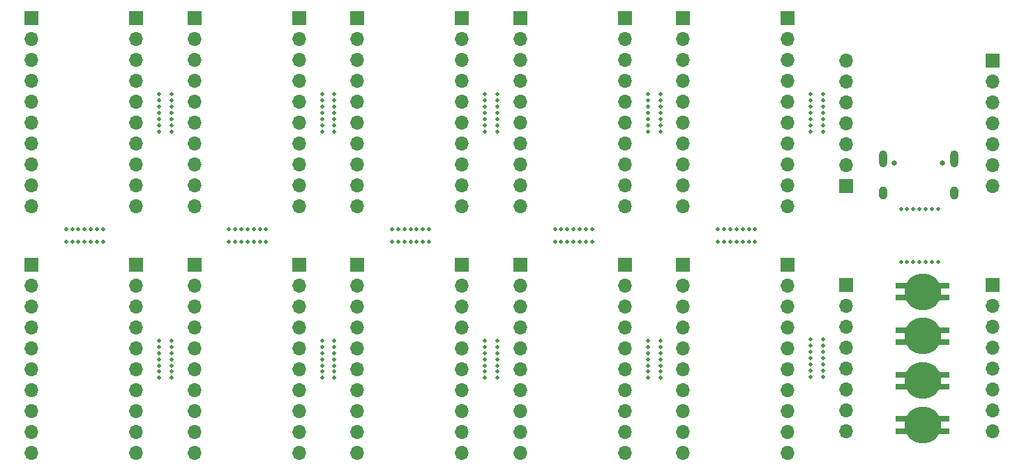
<source format=gbr>
%TF.GenerationSoftware,KiCad,Pcbnew,(6.0.2)*%
%TF.CreationDate,2022-03-21T16:25:24-04:00*%
%TF.ProjectId,Panel_Design_1,50616e65-6c5f-4446-9573-69676e5f312e,rev?*%
%TF.SameCoordinates,Original*%
%TF.FileFunction,Soldermask,Bot*%
%TF.FilePolarity,Negative*%
%FSLAX46Y46*%
G04 Gerber Fmt 4.6, Leading zero omitted, Abs format (unit mm)*
G04 Created by KiCad (PCBNEW (6.0.2)) date 2022-03-21 16:25:24*
%MOMM*%
%LPD*%
G01*
G04 APERTURE LIST*
%ADD10C,0.500000*%
%ADD11R,1.700000X1.700000*%
%ADD12O,1.700000X1.700000*%
%ADD13O,1.000000X2.100000*%
%ADD14O,1.000000X1.600000*%
%ADD15C,0.650000*%
%ADD16R,1.400000X0.800000*%
%ADD17C,4.500000*%
G04 APERTURE END LIST*
D10*
%TO.C,mouse-bite-2mm-slot*%
X134750000Y-49750000D03*
X136250000Y-49750000D03*
X139250000Y-49750000D03*
X138500000Y-49750000D03*
X135500000Y-49750000D03*
X137000000Y-49750000D03*
X137750000Y-49750000D03*
%TD*%
%TO.C,mouse-bite-2mm-slot*%
X139250000Y-43309998D03*
X137750000Y-43309998D03*
X134750000Y-43309998D03*
X135500000Y-43309998D03*
X138500000Y-43309998D03*
X137000000Y-43309998D03*
X136250000Y-43309998D03*
%TD*%
%TO.C,mouse-bite-2mm-slot*%
X123820000Y-59180000D03*
X123820000Y-59930000D03*
X123820000Y-62930000D03*
X125320000Y-59180000D03*
X123820000Y-60680000D03*
X125320000Y-61430000D03*
X123820000Y-61430000D03*
X125320000Y-59930000D03*
X123820000Y-62180000D03*
X125320000Y-60680000D03*
X125320000Y-62180000D03*
X125320000Y-62930000D03*
X125320000Y-63680000D03*
X123820000Y-63680000D03*
%TD*%
%TO.C,mouse-bite-2mm-slot*%
X123820000Y-29379998D03*
X125320000Y-29379998D03*
X123820000Y-30879998D03*
X123820000Y-33879998D03*
X125320000Y-33879998D03*
X125320000Y-31629998D03*
X125320000Y-30879998D03*
X123820000Y-33129998D03*
X123820000Y-30129998D03*
X125320000Y-30129998D03*
X123820000Y-31629998D03*
X125320000Y-33129998D03*
X123820000Y-32379998D03*
X125320000Y-32379998D03*
%TD*%
D11*
%TO.C,J50*%
X121029999Y-50069999D03*
D12*
X121029999Y-52609999D03*
X121029999Y-55149999D03*
X121029999Y-57689999D03*
X121029999Y-60229999D03*
X121029999Y-62769999D03*
X121029999Y-65309999D03*
X121029999Y-67849999D03*
X121029999Y-70389999D03*
X121029999Y-72929999D03*
%TD*%
D11*
%TO.C,J49*%
X108329999Y-50069999D03*
D12*
X108329999Y-52609999D03*
X108329999Y-55149999D03*
X108329999Y-57689999D03*
X108329999Y-60229999D03*
X108329999Y-62769999D03*
X108329999Y-65309999D03*
X108329999Y-67849999D03*
X108329999Y-70389999D03*
X108329999Y-72929999D03*
%TD*%
D10*
%TO.C,mouse-bite-2mm-slot17*%
X105539999Y-63819999D03*
X105539999Y-60819999D03*
X105539999Y-60069999D03*
X105539999Y-59319999D03*
X104039999Y-61569999D03*
X104039999Y-60069999D03*
X104039999Y-59319999D03*
X105539999Y-61569999D03*
X104039999Y-63819999D03*
X104039999Y-63069999D03*
X105539999Y-63069999D03*
X105539999Y-62319999D03*
X104039999Y-60819999D03*
X104039999Y-62319999D03*
%TD*%
%TO.C,mouse-bite-2mm-slot18*%
X112539999Y-47279999D03*
X112539999Y-45779999D03*
X114039999Y-47279999D03*
X117039999Y-47279999D03*
X117039999Y-45779999D03*
X114789999Y-45779999D03*
X114039999Y-45779999D03*
X116289999Y-47279999D03*
X113289999Y-47279999D03*
X113289999Y-45779999D03*
X114789999Y-47279999D03*
X116289999Y-45779999D03*
X115539999Y-47279999D03*
X115539999Y-45779999D03*
%TD*%
D11*
%TO.C,J48*%
X101249999Y-50069999D03*
D12*
X101249999Y-52609999D03*
X101249999Y-55149999D03*
X101249999Y-57689999D03*
X101249999Y-60229999D03*
X101249999Y-62769999D03*
X101249999Y-65309999D03*
X101249999Y-67849999D03*
X101249999Y-70389999D03*
X101249999Y-72929999D03*
%TD*%
D11*
%TO.C,J47*%
X88549999Y-50069999D03*
D12*
X88549999Y-52609999D03*
X88549999Y-55149999D03*
X88549999Y-57689999D03*
X88549999Y-60229999D03*
X88549999Y-62769999D03*
X88549999Y-65309999D03*
X88549999Y-67849999D03*
X88549999Y-70389999D03*
X88549999Y-72929999D03*
%TD*%
D10*
%TO.C,mouse-bite-2mm-slot15*%
X85759999Y-63819999D03*
X85759999Y-60819999D03*
X85759999Y-60069999D03*
X85759999Y-59319999D03*
X84259999Y-61569999D03*
X84259999Y-60069999D03*
X84259999Y-59319999D03*
X85759999Y-61569999D03*
X84259999Y-63819999D03*
X84259999Y-63069999D03*
X85759999Y-63069999D03*
X85759999Y-62319999D03*
X84259999Y-60819999D03*
X84259999Y-62319999D03*
%TD*%
%TO.C,mouse-bite-2mm-slot16*%
X92759999Y-47279999D03*
X92759999Y-45779999D03*
X94259999Y-47279999D03*
X97259999Y-47279999D03*
X97259999Y-45779999D03*
X95009999Y-45779999D03*
X94259999Y-45779999D03*
X96509999Y-47279999D03*
X93509999Y-47279999D03*
X93509999Y-45779999D03*
X95009999Y-47279999D03*
X96509999Y-45779999D03*
X95759999Y-47279999D03*
X95759999Y-45779999D03*
%TD*%
D11*
%TO.C,J46*%
X81469999Y-50069999D03*
D12*
X81469999Y-52609999D03*
X81469999Y-55149999D03*
X81469999Y-57689999D03*
X81469999Y-60229999D03*
X81469999Y-62769999D03*
X81469999Y-65309999D03*
X81469999Y-67849999D03*
X81469999Y-70389999D03*
X81469999Y-72929999D03*
%TD*%
D11*
%TO.C,J45*%
X68769999Y-50069999D03*
D12*
X68769999Y-52609999D03*
X68769999Y-55149999D03*
X68769999Y-57689999D03*
X68769999Y-60229999D03*
X68769999Y-62769999D03*
X68769999Y-65309999D03*
X68769999Y-67849999D03*
X68769999Y-70389999D03*
X68769999Y-72929999D03*
%TD*%
D10*
%TO.C,mouse-bite-2mm-slot13*%
X65979999Y-63819999D03*
X65979999Y-60819999D03*
X65979999Y-60069999D03*
X65979999Y-59319999D03*
X64479999Y-61569999D03*
X64479999Y-60069999D03*
X64479999Y-59319999D03*
X65979999Y-61569999D03*
X64479999Y-63819999D03*
X64479999Y-63069999D03*
X65979999Y-63069999D03*
X65979999Y-62319999D03*
X64479999Y-60819999D03*
X64479999Y-62319999D03*
%TD*%
%TO.C,mouse-bite-2mm-slot14*%
X72979999Y-47279999D03*
X72979999Y-45779999D03*
X74479999Y-47279999D03*
X77479999Y-47279999D03*
X77479999Y-45779999D03*
X75229999Y-45779999D03*
X74479999Y-45779999D03*
X76729999Y-47279999D03*
X73729999Y-47279999D03*
X73729999Y-45779999D03*
X75229999Y-47279999D03*
X76729999Y-45779999D03*
X75979999Y-47279999D03*
X75979999Y-45779999D03*
%TD*%
D11*
%TO.C,J44*%
X61689999Y-50069999D03*
D12*
X61689999Y-52609999D03*
X61689999Y-55149999D03*
X61689999Y-57689999D03*
X61689999Y-60229999D03*
X61689999Y-62769999D03*
X61689999Y-65309999D03*
X61689999Y-67849999D03*
X61689999Y-70389999D03*
X61689999Y-72929999D03*
%TD*%
D11*
%TO.C,J43*%
X48989999Y-50069999D03*
D12*
X48989999Y-52609999D03*
X48989999Y-55149999D03*
X48989999Y-57689999D03*
X48989999Y-60229999D03*
X48989999Y-62769999D03*
X48989999Y-65309999D03*
X48989999Y-67849999D03*
X48989999Y-70389999D03*
X48989999Y-72929999D03*
%TD*%
D10*
%TO.C,mouse-bite-2mm-slot11*%
X46199999Y-63819999D03*
X46199999Y-60819999D03*
X46199999Y-60069999D03*
X46199999Y-59319999D03*
X44699999Y-61569999D03*
X44699999Y-60069999D03*
X44699999Y-59319999D03*
X46199999Y-61569999D03*
X44699999Y-63819999D03*
X44699999Y-63069999D03*
X46199999Y-63069999D03*
X46199999Y-62319999D03*
X44699999Y-60819999D03*
X44699999Y-62319999D03*
%TD*%
%TO.C,mouse-bite-2mm-slot12*%
X53199999Y-47279999D03*
X53199999Y-45779999D03*
X54699999Y-47279999D03*
X57699999Y-47279999D03*
X57699999Y-45779999D03*
X55449999Y-45779999D03*
X54699999Y-45779999D03*
X56949999Y-47279999D03*
X53949999Y-47279999D03*
X53949999Y-45779999D03*
X55449999Y-47279999D03*
X56949999Y-45779999D03*
X56199999Y-47279999D03*
X56199999Y-45779999D03*
%TD*%
D11*
%TO.C,J42*%
X41909999Y-50069999D03*
D12*
X41909999Y-52609999D03*
X41909999Y-55149999D03*
X41909999Y-57689999D03*
X41909999Y-60229999D03*
X41909999Y-62769999D03*
X41909999Y-65309999D03*
X41909999Y-67849999D03*
X41909999Y-70389999D03*
X41909999Y-72929999D03*
%TD*%
D11*
%TO.C,J41*%
X29209999Y-50069999D03*
D12*
X29209999Y-52609999D03*
X29209999Y-55149999D03*
X29209999Y-57689999D03*
X29209999Y-60229999D03*
X29209999Y-62769999D03*
X29209999Y-65309999D03*
X29209999Y-67849999D03*
X29209999Y-70389999D03*
X29209999Y-72929999D03*
%TD*%
D10*
%TO.C,mouse-bite-2mm-slot10*%
X33419999Y-47279999D03*
X33419999Y-45779999D03*
X34919999Y-47279999D03*
X37919999Y-47279999D03*
X37919999Y-45779999D03*
X35669999Y-45779999D03*
X34919999Y-45779999D03*
X37169999Y-47279999D03*
X34169999Y-47279999D03*
X34169999Y-45779999D03*
X35669999Y-47279999D03*
X37169999Y-45779999D03*
X36419999Y-47279999D03*
X36419999Y-45779999D03*
%TD*%
D11*
%TO.C,J40*%
X121029999Y-20129999D03*
D12*
X121029999Y-22669999D03*
X121029999Y-25209999D03*
X121029999Y-27749999D03*
X121029999Y-30289999D03*
X121029999Y-32829999D03*
X121029999Y-35369999D03*
X121029999Y-37909999D03*
X121029999Y-40449999D03*
X121029999Y-42989999D03*
%TD*%
D11*
%TO.C,J39*%
X108329999Y-20129999D03*
D12*
X108329999Y-22669999D03*
X108329999Y-25209999D03*
X108329999Y-27749999D03*
X108329999Y-30289999D03*
X108329999Y-32829999D03*
X108329999Y-35369999D03*
X108329999Y-37909999D03*
X108329999Y-40449999D03*
X108329999Y-42989999D03*
%TD*%
D10*
%TO.C,mouse-bite-2mm-slot7*%
X105539999Y-33879999D03*
X105539999Y-30879999D03*
X105539999Y-30129999D03*
X105539999Y-29379999D03*
X104039999Y-31629999D03*
X104039999Y-30129999D03*
X104039999Y-29379999D03*
X105539999Y-31629999D03*
X104039999Y-33879999D03*
X104039999Y-33129999D03*
X105539999Y-33129999D03*
X105539999Y-32379999D03*
X104039999Y-30879999D03*
X104039999Y-32379999D03*
%TD*%
D11*
%TO.C,J38*%
X101249999Y-20129999D03*
D12*
X101249999Y-22669999D03*
X101249999Y-25209999D03*
X101249999Y-27749999D03*
X101249999Y-30289999D03*
X101249999Y-32829999D03*
X101249999Y-35369999D03*
X101249999Y-37909999D03*
X101249999Y-40449999D03*
X101249999Y-42989999D03*
%TD*%
D11*
%TO.C,J37*%
X88549999Y-20129999D03*
D12*
X88549999Y-22669999D03*
X88549999Y-25209999D03*
X88549999Y-27749999D03*
X88549999Y-30289999D03*
X88549999Y-32829999D03*
X88549999Y-35369999D03*
X88549999Y-37909999D03*
X88549999Y-40449999D03*
X88549999Y-42989999D03*
%TD*%
D10*
%TO.C,mouse-bite-2mm-slot5*%
X85759999Y-33879999D03*
X85759999Y-30879999D03*
X85759999Y-30129999D03*
X85759999Y-29379999D03*
X84259999Y-31629999D03*
X84259999Y-30129999D03*
X84259999Y-29379999D03*
X85759999Y-31629999D03*
X84259999Y-33879999D03*
X84259999Y-33129999D03*
X85759999Y-33129999D03*
X85759999Y-32379999D03*
X84259999Y-30879999D03*
X84259999Y-32379999D03*
%TD*%
D11*
%TO.C,J36*%
X81469999Y-20129999D03*
D12*
X81469999Y-22669999D03*
X81469999Y-25209999D03*
X81469999Y-27749999D03*
X81469999Y-30289999D03*
X81469999Y-32829999D03*
X81469999Y-35369999D03*
X81469999Y-37909999D03*
X81469999Y-40449999D03*
X81469999Y-42989999D03*
%TD*%
D11*
%TO.C,J35*%
X68769999Y-20129999D03*
D12*
X68769999Y-22669999D03*
X68769999Y-25209999D03*
X68769999Y-27749999D03*
X68769999Y-30289999D03*
X68769999Y-32829999D03*
X68769999Y-35369999D03*
X68769999Y-37909999D03*
X68769999Y-40449999D03*
X68769999Y-42989999D03*
%TD*%
D10*
%TO.C,mouse-bite-2mm-slot3*%
X65979999Y-33879999D03*
X65979999Y-30879999D03*
X65979999Y-30129999D03*
X65979999Y-29379999D03*
X64479999Y-31629999D03*
X64479999Y-30129999D03*
X64479999Y-29379999D03*
X65979999Y-31629999D03*
X64479999Y-33879999D03*
X64479999Y-33129999D03*
X65979999Y-33129999D03*
X65979999Y-32379999D03*
X64479999Y-30879999D03*
X64479999Y-32379999D03*
%TD*%
D11*
%TO.C,J34*%
X61689999Y-20129999D03*
D12*
X61689999Y-22669999D03*
X61689999Y-25209999D03*
X61689999Y-27749999D03*
X61689999Y-30289999D03*
X61689999Y-32829999D03*
X61689999Y-35369999D03*
X61689999Y-37909999D03*
X61689999Y-40449999D03*
X61689999Y-42989999D03*
%TD*%
D11*
%TO.C,J33*%
X48989999Y-20129999D03*
D12*
X48989999Y-22669999D03*
X48989999Y-25209999D03*
X48989999Y-27749999D03*
X48989999Y-30289999D03*
X48989999Y-32829999D03*
X48989999Y-35369999D03*
X48989999Y-37909999D03*
X48989999Y-40449999D03*
X48989999Y-42989999D03*
%TD*%
D10*
%TO.C,mouse-bite-2mm-slot1*%
X46199999Y-33879999D03*
X46199999Y-30879999D03*
X46199999Y-30129999D03*
X46199999Y-29379999D03*
X44699999Y-31629999D03*
X44699999Y-30129999D03*
X44699999Y-29379999D03*
X46199999Y-31629999D03*
X44699999Y-33879999D03*
X44699999Y-33129999D03*
X46199999Y-33129999D03*
X46199999Y-32379999D03*
X44699999Y-30879999D03*
X44699999Y-32379999D03*
%TD*%
D11*
%TO.C,J4*%
X41909999Y-20129999D03*
D12*
X41909999Y-22669999D03*
X41909999Y-25209999D03*
X41909999Y-27749999D03*
X41909999Y-30289999D03*
X41909999Y-32829999D03*
X41909999Y-35369999D03*
X41909999Y-37909999D03*
X41909999Y-40449999D03*
X41909999Y-42989999D03*
%TD*%
%TO.C,J13*%
X128110000Y-70320000D03*
X128110000Y-67780000D03*
X128110000Y-65240000D03*
X128110000Y-62700000D03*
X128110000Y-60160000D03*
X128110000Y-57620000D03*
X128110000Y-55080000D03*
D11*
X128110000Y-52540000D03*
%TD*%
%TO.C,J2*%
X29209999Y-20129999D03*
D12*
X29209999Y-22669999D03*
X29209999Y-25209999D03*
X29209999Y-27749999D03*
X29209999Y-30289999D03*
X29209999Y-32829999D03*
X29209999Y-35369999D03*
X29209999Y-37909999D03*
X29209999Y-40449999D03*
X29209999Y-42989999D03*
%TD*%
%TO.C,J18*%
X128110001Y-25279998D03*
X128110001Y-27819998D03*
X128110001Y-30359998D03*
X128110001Y-32899998D03*
X128110001Y-35439998D03*
X128110001Y-37979998D03*
D11*
X128110001Y-40519998D03*
%TD*%
D12*
%TO.C,J25*%
X145890001Y-40519998D03*
X145890001Y-37979998D03*
X145890001Y-35439998D03*
X145890001Y-32899998D03*
X145890001Y-30359998D03*
X145890001Y-27819998D03*
D11*
X145890001Y-25279998D03*
%TD*%
D12*
%TO.C,J14*%
X145890000Y-70320000D03*
X145890000Y-67780000D03*
X145890000Y-65240000D03*
X145890000Y-62700000D03*
X145890000Y-60160000D03*
X145890000Y-57620000D03*
X145890000Y-55080000D03*
D11*
X145890000Y-52540000D03*
%TD*%
D13*
%TO.C,USB1*%
X132550001Y-37204998D03*
D14*
X132550001Y-41384998D03*
D13*
X141190001Y-37204998D03*
D14*
X141190001Y-41384998D03*
D15*
X139760001Y-37734998D03*
X133980001Y-37734998D03*
%TD*%
D16*
%TO.C,RGB4*%
X134790000Y-70285000D03*
X139990000Y-70285000D03*
X139990000Y-68835000D03*
X134790000Y-68835000D03*
D17*
X137390000Y-69560000D03*
%TD*%
D16*
%TO.C,RGB1*%
X134790000Y-54085000D03*
X139990000Y-54085000D03*
X139990000Y-52635000D03*
X134790000Y-52635000D03*
D17*
X137390000Y-53360000D03*
%TD*%
D16*
%TO.C,RGB3*%
X134790000Y-64885000D03*
X139990000Y-64885000D03*
X139990000Y-63435000D03*
X134790000Y-63435000D03*
D17*
X137390000Y-64160000D03*
%TD*%
D16*
%TO.C,RGB2*%
X134790000Y-59485000D03*
X139990000Y-59485000D03*
X139990000Y-58035000D03*
X134790000Y-58035000D03*
D17*
X137390000Y-58760000D03*
%TD*%
M02*

</source>
